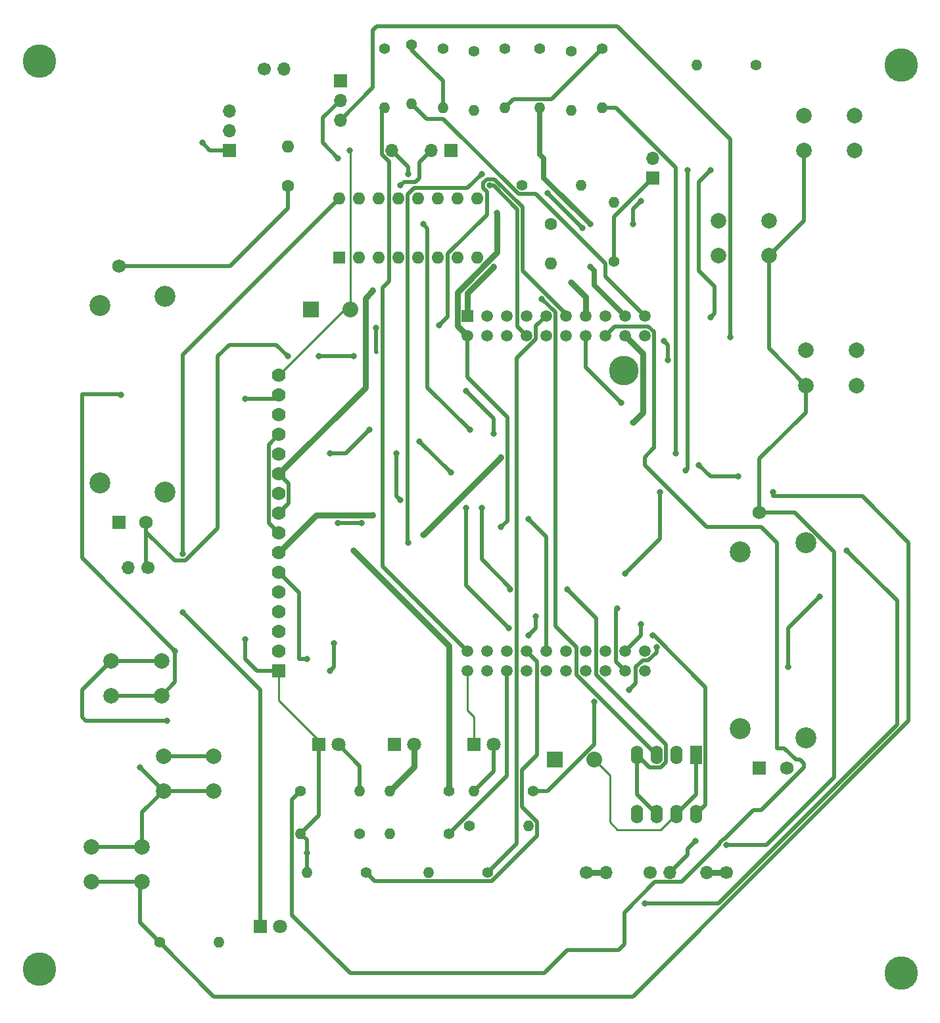
<source format=gbl>
G04 #@! TF.GenerationSoftware,KiCad,Pcbnew,9.0.1*
G04 #@! TF.CreationDate,2025-04-14T15:22:14-05:00*
G04 #@! TF.ProjectId,cjm6842,636a6d36-3834-4322-9e6b-696361645f70,v1.0.1*
G04 #@! TF.SameCoordinates,Original*
G04 #@! TF.FileFunction,Copper,L2,Bot*
G04 #@! TF.FilePolarity,Positive*
%FSLAX46Y46*%
G04 Gerber Fmt 4.6, Leading zero omitted, Abs format (unit mm)*
G04 Created by KiCad (PCBNEW 9.0.1) date 2025-04-14 15:22:14*
%MOMM*%
%LPD*%
G01*
G04 APERTURE LIST*
G04 #@! TA.AperFunction,ComponentPad*
%ADD10C,2.000000*%
G04 #@! TD*
G04 #@! TA.AperFunction,WasherPad*
%ADD11C,2.700000*%
G04 #@! TD*
G04 #@! TA.AperFunction,ComponentPad*
%ADD12R,1.750000X1.750000*%
G04 #@! TD*
G04 #@! TA.AperFunction,ComponentPad*
%ADD13C,1.750000*%
G04 #@! TD*
G04 #@! TA.AperFunction,ComponentPad*
%ADD14C,1.400000*%
G04 #@! TD*
G04 #@! TA.AperFunction,ComponentPad*
%ADD15O,1.400000X1.400000*%
G04 #@! TD*
G04 #@! TA.AperFunction,ComponentPad*
%ADD16C,1.700000*%
G04 #@! TD*
G04 #@! TA.AperFunction,ComponentPad*
%ADD17O,1.700000X1.700000*%
G04 #@! TD*
G04 #@! TA.AperFunction,ComponentPad*
%ADD18O,1.600000X1.600000*%
G04 #@! TD*
G04 #@! TA.AperFunction,ComponentPad*
%ADD19C,1.600000*%
G04 #@! TD*
G04 #@! TA.AperFunction,ComponentPad*
%ADD20C,1.800000*%
G04 #@! TD*
G04 #@! TA.AperFunction,ComponentPad*
%ADD21R,1.800000X1.800000*%
G04 #@! TD*
G04 #@! TA.AperFunction,ComponentPad*
%ADD22R,1.700000X1.700000*%
G04 #@! TD*
G04 #@! TA.AperFunction,ComponentPad*
%ADD23R,1.600000X2.400000*%
G04 #@! TD*
G04 #@! TA.AperFunction,ComponentPad*
%ADD24O,1.600000X2.400000*%
G04 #@! TD*
G04 #@! TA.AperFunction,ComponentPad*
%ADD25R,1.600000X1.600000*%
G04 #@! TD*
G04 #@! TA.AperFunction,ComponentPad*
%ADD26C,4.318000*%
G04 #@! TD*
G04 #@! TA.AperFunction,ComponentPad*
%ADD27R,2.032000X2.032000*%
G04 #@! TD*
G04 #@! TA.AperFunction,ComponentPad*
%ADD28C,2.032000*%
G04 #@! TD*
G04 #@! TA.AperFunction,WasherPad*
%ADD29C,3.810000*%
G04 #@! TD*
G04 #@! TA.AperFunction,ComponentPad*
%ADD30R,1.778000X1.778000*%
G04 #@! TD*
G04 #@! TA.AperFunction,ComponentPad*
%ADD31C,1.778000*%
G04 #@! TD*
G04 #@! TA.AperFunction,ComponentPad*
%ADD32C,1.520000*%
G04 #@! TD*
G04 #@! TA.AperFunction,ComponentPad*
%ADD33R,1.520000X1.520000*%
G04 #@! TD*
G04 #@! TA.AperFunction,ViaPad*
%ADD34C,0.800000*%
G04 #@! TD*
G04 #@! TA.AperFunction,Conductor*
%ADD35C,0.500000*%
G04 #@! TD*
G04 #@! TA.AperFunction,Conductor*
%ADD36C,0.550000*%
G04 #@! TD*
G04 #@! TA.AperFunction,Conductor*
%ADD37C,0.800000*%
G04 #@! TD*
G04 #@! TA.AperFunction,Conductor*
%ADD38C,0.750000*%
G04 #@! TD*
G04 #@! TA.AperFunction,Conductor*
%ADD39C,0.700000*%
G04 #@! TD*
G04 #@! TA.AperFunction,Conductor*
%ADD40C,0.250000*%
G04 #@! TD*
G04 APERTURE END LIST*
D10*
X115250000Y-120250000D03*
X108750000Y-120250000D03*
X115250000Y-115750000D03*
X108750000Y-115750000D03*
X204750000Y-80250000D03*
X198250000Y-80250000D03*
X204750000Y-75750000D03*
X198250000Y-75750000D03*
X198000000Y-45500000D03*
X204500000Y-45500000D03*
X198000000Y-50000000D03*
X204500000Y-50000000D03*
X112750000Y-144250000D03*
X106250000Y-144250000D03*
X112750000Y-139750000D03*
X106250000Y-139750000D03*
D11*
X115700000Y-93995000D03*
X107300000Y-92795000D03*
X107300000Y-69995000D03*
X115700000Y-68795000D03*
D12*
X109750000Y-97895000D03*
D13*
X113250000Y-97895000D03*
X109750000Y-64895000D03*
D14*
X191810000Y-39000000D03*
D15*
X184190000Y-39000000D03*
D14*
X115000000Y-152000000D03*
D15*
X122620000Y-152000000D03*
D16*
X113500000Y-103725000D03*
D17*
X110960000Y-103725000D03*
D14*
X157310000Y-143000000D03*
D15*
X149690000Y-143000000D03*
D14*
X141620000Y-143000000D03*
D15*
X134000000Y-143000000D03*
D14*
X152310000Y-138000000D03*
D15*
X144690000Y-138000000D03*
D14*
X140810000Y-138000000D03*
D15*
X133190000Y-138000000D03*
D14*
X154880000Y-137000000D03*
D15*
X162500000Y-137000000D03*
D13*
X192282500Y-96600000D03*
X195782500Y-129600000D03*
D12*
X192282500Y-129600000D03*
D11*
X198232500Y-100500000D03*
X189832500Y-101700000D03*
X189832500Y-124500000D03*
X198232500Y-125700000D03*
D15*
X164000000Y-44500000D03*
D14*
X164000000Y-36880000D03*
D15*
X172000000Y-44500000D03*
D14*
X172000000Y-36880000D03*
D15*
X151500000Y-44500000D03*
D14*
X151500000Y-36880000D03*
D15*
X144000000Y-44500000D03*
D14*
X144000000Y-36880000D03*
D15*
X147500000Y-44000000D03*
D14*
X147500000Y-36380000D03*
D15*
X159500000Y-44500000D03*
D14*
X159500000Y-36880000D03*
D15*
X155500000Y-44810000D03*
D14*
X155500000Y-37190000D03*
D18*
X131565000Y-49476250D03*
D19*
X131565000Y-54556250D03*
D18*
X165435000Y-64523750D03*
D19*
X165435000Y-59443750D03*
D15*
X173500000Y-56690000D03*
D14*
X173500000Y-64310000D03*
D20*
X130540000Y-150000000D03*
D21*
X128000000Y-150000000D03*
D15*
X169310000Y-54500000D03*
D14*
X161690000Y-54500000D03*
D17*
X178500000Y-50960000D03*
D22*
X178500000Y-53500000D03*
D17*
X138275000Y-46040000D03*
X138275000Y-43500000D03*
D22*
X138275000Y-40960000D03*
D16*
X169960000Y-143000000D03*
D17*
X172500000Y-143000000D03*
D22*
X124000000Y-50000000D03*
D17*
X124000000Y-47460000D03*
X124000000Y-44920000D03*
D23*
X184120000Y-127880000D03*
D24*
X181580000Y-127880000D03*
X179040000Y-127880000D03*
X176500000Y-127880000D03*
X176500000Y-135500000D03*
X179040000Y-135500000D03*
X181580000Y-135500000D03*
X184120000Y-135500000D03*
D10*
X187000000Y-59000000D03*
X193500000Y-59000000D03*
X187000000Y-63500000D03*
X193500000Y-63500000D03*
D14*
X168000000Y-37190000D03*
D15*
X168000000Y-44810000D03*
D14*
X133190000Y-132500000D03*
D15*
X140810000Y-132500000D03*
D16*
X128500000Y-39500000D03*
D17*
X131040000Y-39500000D03*
D22*
X152540000Y-50000000D03*
D17*
X150000000Y-50000000D03*
X144920000Y-50000000D03*
D25*
X138125000Y-63800000D03*
D18*
X140665000Y-63800000D03*
X143205000Y-63800000D03*
X145745000Y-63800000D03*
X148285000Y-63800000D03*
X150825000Y-63800000D03*
X153365000Y-63800000D03*
X155905000Y-63800000D03*
X155905000Y-56180000D03*
X153365000Y-56180000D03*
X150825000Y-56180000D03*
X148285000Y-56180000D03*
X145745000Y-56180000D03*
X143205000Y-56180000D03*
X140665000Y-56180000D03*
X138125000Y-56180000D03*
D16*
X178225000Y-143000000D03*
D17*
X180765000Y-143000000D03*
D26*
X210500000Y-156000000D03*
X210500000Y-39000000D03*
X99500000Y-38500000D03*
X99500000Y-155500000D03*
D27*
X165920000Y-128500000D03*
D28*
X171000000Y-128500000D03*
D16*
X188000000Y-143000000D03*
D17*
X185460000Y-143000000D03*
D21*
X155500000Y-126500000D03*
D20*
X158040000Y-126500000D03*
D27*
X134500000Y-70500000D03*
D28*
X139580000Y-70500000D03*
D14*
X163120000Y-132500000D03*
D15*
X155500000Y-132500000D03*
D14*
X152310000Y-132500000D03*
D15*
X144690000Y-132500000D03*
D10*
X115500000Y-128000000D03*
X122000000Y-128000000D03*
X115500000Y-132500000D03*
X122000000Y-132500000D03*
D21*
X135500000Y-126500000D03*
D20*
X138040000Y-126500000D03*
D21*
X145225000Y-126500000D03*
D20*
X147765000Y-126500000D03*
D29*
X174820000Y-78315000D03*
D30*
X130370000Y-117050000D03*
D31*
X130370000Y-114510000D03*
X130370000Y-111970000D03*
X130370000Y-109430000D03*
X130370000Y-106890000D03*
X130370000Y-104350000D03*
X130370000Y-101810000D03*
X130370000Y-99270000D03*
X130370000Y-96730000D03*
X130370000Y-94190000D03*
X130370000Y-91650000D03*
X130370000Y-89110000D03*
X130370000Y-86570000D03*
X130370000Y-84030000D03*
X130370000Y-81490000D03*
X130370000Y-78950000D03*
D32*
X177500000Y-114500000D03*
X174960000Y-114500000D03*
X172420000Y-114500000D03*
X169880000Y-114500000D03*
X167340000Y-114500000D03*
X164800000Y-114500000D03*
X162260000Y-114500000D03*
X159720000Y-114500000D03*
X157180000Y-114500000D03*
X154640000Y-114500000D03*
X177500000Y-73860000D03*
X174960000Y-73860000D03*
X172420000Y-73860000D03*
X169880000Y-73860000D03*
X167340000Y-73860000D03*
X164800000Y-73860000D03*
X162260000Y-73860000D03*
X159720000Y-73860000D03*
X157180000Y-73860000D03*
X154640000Y-73860000D03*
X177500000Y-117040000D03*
X174960000Y-117040000D03*
X172420000Y-117040000D03*
X169880000Y-117040000D03*
X167340000Y-117040000D03*
X164800000Y-117040000D03*
X162260000Y-117040000D03*
X159720000Y-117040000D03*
X157180000Y-117040000D03*
X154640000Y-117040000D03*
X177500000Y-71320000D03*
X174960000Y-71320000D03*
X172420000Y-71320000D03*
X169880000Y-71320000D03*
X167340000Y-71320000D03*
X164800000Y-71320000D03*
X162260000Y-71320000D03*
X159720000Y-71320000D03*
X157180000Y-71320000D03*
D33*
X154640000Y-71320000D03*
D34*
X112500000Y-129500000D03*
X117000000Y-114500000D03*
X200000000Y-107500000D03*
X196000000Y-116500000D03*
X194000000Y-94000000D03*
X189500000Y-92000000D03*
X184500000Y-90500000D03*
X174500000Y-82500000D03*
X177000000Y-111000000D03*
X158000000Y-86500000D03*
X154500000Y-81000000D03*
X184000000Y-139000000D03*
X188000000Y-139500000D03*
X140000000Y-76500000D03*
X135500000Y-76500000D03*
X131500000Y-76500000D03*
X126000000Y-113000000D03*
X186000000Y-71500000D03*
X186000000Y-52500000D03*
X120500000Y-49000000D03*
X137500000Y-113500000D03*
X137000000Y-117000000D03*
X177000000Y-56500000D03*
X176000000Y-59500000D03*
X169500000Y-60000000D03*
X165000000Y-55500000D03*
X134000000Y-140500000D03*
X163500000Y-110000000D03*
X162500000Y-112500000D03*
X160000000Y-111500000D03*
X154500000Y-96000000D03*
X146000000Y-95000000D03*
X145500000Y-89000000D03*
X142000000Y-86000000D03*
X137000000Y-89000000D03*
X160200000Y-106500000D03*
X156500000Y-96000000D03*
X152500000Y-91500000D03*
X148500000Y-87500000D03*
X126000000Y-82000000D03*
X110000000Y-81500000D03*
X142899000Y-72864407D03*
X151000000Y-72500000D03*
X159000000Y-98500000D03*
X167500000Y-106500000D03*
X178500000Y-112500000D03*
X182750000Y-91250000D03*
X183000000Y-52500000D03*
X180000000Y-74500000D03*
X180500000Y-77000000D03*
X179000000Y-114000000D03*
X175500000Y-119500000D03*
X171000000Y-121000000D03*
X181500000Y-89000000D03*
X179500000Y-94000000D03*
X175000000Y-104500000D03*
X174000000Y-109000000D03*
X177500000Y-147000000D03*
X203500000Y-101500000D03*
X188500000Y-74000000D03*
X142500000Y-97000000D03*
X158500000Y-58000000D03*
X176000000Y-85000000D03*
X159000000Y-89500000D03*
X149000000Y-99500000D03*
X140000000Y-101500000D03*
X158000000Y-65000000D03*
X142500000Y-68000000D03*
X168000000Y-67000000D03*
X170500000Y-65000000D03*
X170500000Y-59500000D03*
X147000000Y-53000000D03*
X157500000Y-54500000D03*
X138000000Y-51000000D03*
X149000000Y-59500000D03*
X155000000Y-86000000D03*
X162500000Y-97500000D03*
X138000000Y-98000000D03*
X141000000Y-98000000D03*
X134000000Y-115500000D03*
X147000000Y-100500000D03*
X156500000Y-53000000D03*
X146000000Y-54500000D03*
X139500000Y-50000000D03*
X164204902Y-69083000D03*
X118000000Y-102000000D03*
X118000000Y-109500000D03*
X116000000Y-123500000D03*
D35*
X105000000Y-119500000D02*
X108750000Y-115750000D01*
X105000000Y-123000000D02*
X105000000Y-119500000D01*
X105500000Y-123500000D02*
X105000000Y-123000000D01*
X116000000Y-123500000D02*
X105500000Y-123500000D01*
D36*
X115250000Y-120250000D02*
X117000000Y-118500000D01*
X117000000Y-118500000D02*
X117000000Y-114500000D01*
X108750000Y-120250000D02*
X115250000Y-120250000D01*
X108750000Y-115750000D02*
X115250000Y-115750000D01*
X196000000Y-111500000D02*
X200000000Y-107500000D01*
X196000000Y-116500000D02*
X196000000Y-111500000D01*
X122000000Y-159000000D02*
X115000000Y-152000000D01*
X211500000Y-123500000D02*
X176000000Y-159000000D01*
X211500000Y-100500000D02*
X211500000Y-123500000D01*
X205500000Y-94500000D02*
X211500000Y-100500000D01*
X176000000Y-159000000D02*
X122000000Y-159000000D01*
X194000000Y-94000000D02*
X194000000Y-94500000D01*
X194000000Y-94500000D02*
X205500000Y-94500000D01*
D35*
X177980902Y-72699000D02*
X173581000Y-72699000D01*
X178661000Y-73379098D02*
X177980902Y-72699000D01*
X178661000Y-88354957D02*
X178661000Y-73379098D01*
X178645043Y-88354957D02*
X178661000Y-88354957D01*
X177500000Y-90500000D02*
X177500000Y-89500000D01*
X185500000Y-98500000D02*
X177500000Y-90500000D01*
X192500000Y-98500000D02*
X185500000Y-98500000D01*
X194500000Y-127000000D02*
X194500000Y-100500000D01*
X195500000Y-127000000D02*
X194500000Y-127000000D01*
X197000000Y-128500000D02*
X195500000Y-127000000D01*
X197500000Y-128500000D02*
X197000000Y-128500000D01*
X198000000Y-129000000D02*
X197500000Y-128500000D01*
X198000000Y-129500000D02*
X198000000Y-129000000D01*
X192500000Y-135000000D02*
X198000000Y-129500000D01*
X191500000Y-135000000D02*
X192500000Y-135000000D01*
X187801000Y-138699000D02*
X191500000Y-135000000D01*
X187668214Y-138699000D02*
X187801000Y-138699000D01*
X187199000Y-139168214D02*
X187668214Y-138699000D01*
X187199000Y-139301000D02*
X187199000Y-139168214D01*
X182249000Y-144251000D02*
X187199000Y-139301000D01*
X178781182Y-144251000D02*
X182249000Y-144251000D01*
X194500000Y-100500000D02*
X192500000Y-98500000D01*
X174881000Y-148151182D02*
X178781182Y-144251000D01*
X174881000Y-152278537D02*
X174881000Y-148151182D01*
X173581000Y-72699000D02*
X172420000Y-73860000D01*
X164552000Y-156000000D02*
X167526000Y-153026000D01*
X139550463Y-156000000D02*
X164552000Y-156000000D01*
X167526000Y-153026000D02*
X174133537Y-153026000D01*
X132089000Y-133601000D02*
X132089000Y-148538537D01*
X132089000Y-148538537D02*
X139550463Y-156000000D01*
X133190000Y-132500000D02*
X132089000Y-133601000D01*
X177500000Y-89500000D02*
X178645043Y-88354957D01*
X174133537Y-153026000D02*
X174881000Y-152278537D01*
D36*
X186000000Y-92000000D02*
X189500000Y-92000000D01*
X184500000Y-90500000D02*
X186000000Y-92000000D01*
X169880000Y-77880000D02*
X174500000Y-82500000D01*
X169880000Y-73860000D02*
X169880000Y-77880000D01*
X177000000Y-112460000D02*
X174960000Y-114500000D01*
X177000000Y-111000000D02*
X177000000Y-112460000D01*
X158000000Y-84500000D02*
X158000000Y-86500000D01*
X154500000Y-81000000D02*
X158000000Y-84500000D01*
X115500000Y-132500000D02*
X112750000Y-135250000D01*
X112750000Y-135250000D02*
X112750000Y-139750000D01*
X106250000Y-139750000D02*
X112750000Y-139750000D01*
X106250000Y-144250000D02*
X112750000Y-144250000D01*
X112500000Y-149500000D02*
X115000000Y-152000000D01*
X112500000Y-144500000D02*
X112500000Y-149500000D01*
X112750000Y-144250000D02*
X112500000Y-144500000D01*
D35*
X183000000Y-140765000D02*
X180765000Y-143000000D01*
X183000000Y-140000000D02*
X183000000Y-140765000D01*
X184000000Y-139000000D02*
X183000000Y-140000000D01*
X193167490Y-139500000D02*
X188000000Y-139500000D01*
X201933500Y-101724712D02*
X201933500Y-130733990D01*
X196808788Y-96600000D02*
X201933500Y-101724712D01*
X201933500Y-130733990D02*
X193167490Y-139500000D01*
X192282500Y-96600000D02*
X196808788Y-96600000D01*
X192282500Y-89717500D02*
X192282500Y-96600000D01*
X198250000Y-83750000D02*
X192282500Y-89717500D01*
X198250000Y-80250000D02*
X198250000Y-83750000D01*
D36*
X135500000Y-76500000D02*
X140000000Y-76500000D01*
X124000000Y-75000000D02*
X130000000Y-75000000D01*
X130000000Y-75000000D02*
X131500000Y-76500000D01*
X122500000Y-76500000D02*
X124000000Y-75000000D01*
X122500000Y-98668141D02*
X122500000Y-76500000D01*
X118342141Y-102826000D02*
X122500000Y-98668141D01*
X116943564Y-102826000D02*
X118342141Y-102826000D01*
X113250000Y-99132436D02*
X116943564Y-102826000D01*
X113250000Y-97895000D02*
X113250000Y-99132436D01*
X113250000Y-103475000D02*
X113500000Y-103725000D01*
X113250000Y-97895000D02*
X113250000Y-103475000D01*
X127550000Y-117050000D02*
X130370000Y-117050000D01*
X126000000Y-115500000D02*
X127550000Y-117050000D01*
X126000000Y-113000000D02*
X126000000Y-115500000D01*
X184500000Y-54000000D02*
X186000000Y-52500000D01*
X184500000Y-65500000D02*
X184500000Y-54000000D01*
X186500000Y-67500000D02*
X184500000Y-65500000D01*
X186000000Y-71500000D02*
X186500000Y-71000000D01*
X186500000Y-71000000D02*
X186500000Y-67500000D01*
X198000000Y-59000000D02*
X193500000Y-63500000D01*
X198000000Y-50000000D02*
X198000000Y-59000000D01*
X121500000Y-50000000D02*
X124000000Y-50000000D01*
X120500000Y-49000000D02*
X121500000Y-50000000D01*
X131565000Y-57434999D02*
X131565000Y-54556250D01*
X124104999Y-64895000D02*
X131565000Y-57434999D01*
X109750000Y-64895000D02*
X124104999Y-64895000D01*
X137500000Y-116500000D02*
X137500000Y-113500000D01*
X137000000Y-117000000D02*
X137500000Y-116500000D01*
X176000000Y-57500000D02*
X177000000Y-56500000D01*
X176000000Y-59500000D02*
X176000000Y-57500000D01*
D35*
X165000000Y-55500000D02*
X169500000Y-60000000D01*
D36*
X122000000Y-132500000D02*
X115500000Y-132500000D01*
X140810000Y-129270000D02*
X138040000Y-126500000D01*
X140810000Y-132500000D02*
X140810000Y-129270000D01*
X134000000Y-140500000D02*
X134000000Y-138810000D01*
D35*
X163500000Y-111500000D02*
X163500000Y-110000000D01*
X162500000Y-112500000D02*
X163500000Y-111500000D01*
X154500000Y-106000000D02*
X160000000Y-111500000D01*
X154500000Y-96000000D02*
X154500000Y-106000000D01*
X145500000Y-94500000D02*
X146000000Y-95000000D01*
X145500000Y-89000000D02*
X145500000Y-94500000D01*
X139000000Y-89000000D02*
X142000000Y-86000000D01*
X137000000Y-89000000D02*
X139000000Y-89000000D01*
X156500000Y-102651000D02*
X160349000Y-106500000D01*
X160349000Y-106500000D02*
X160200000Y-106500000D01*
X156500000Y-96000000D02*
X156500000Y-102651000D01*
X148500000Y-87500000D02*
X152500000Y-91500000D01*
X131660000Y-95440000D02*
X131660000Y-92940000D01*
X130370000Y-96730000D02*
X131660000Y-95440000D01*
X131660000Y-92940000D02*
X130370000Y-91650000D01*
D36*
X129055000Y-87885000D02*
X130370000Y-86570000D01*
X129055000Y-97955000D02*
X129055000Y-87885000D01*
X130370000Y-99270000D02*
X129055000Y-97955000D01*
D35*
X129860000Y-82000000D02*
X130370000Y-81490000D01*
X126000000Y-82000000D02*
X129860000Y-82000000D01*
D36*
X143000000Y-76000000D02*
X142899000Y-76000000D01*
X142899000Y-75899000D02*
X143000000Y-76000000D01*
X142899000Y-72864407D02*
X142899000Y-75899000D01*
X152139000Y-71361000D02*
X151000000Y-72500000D01*
X152139000Y-63292174D02*
X152139000Y-71361000D01*
X157157859Y-58273315D02*
X152139000Y-63292174D01*
X157157859Y-55326000D02*
X157157859Y-58273315D01*
X156674000Y-54157859D02*
X156674000Y-54842141D01*
X156674000Y-54842141D02*
X157157859Y-55326000D01*
X157157859Y-53674000D02*
X156674000Y-54157859D01*
X158165364Y-53674000D02*
X157157859Y-53674000D01*
X161775000Y-57283636D02*
X158165364Y-53674000D01*
X161775000Y-65484957D02*
X161775000Y-57283636D01*
X167340000Y-71049957D02*
X161775000Y-65484957D01*
X167340000Y-71320000D02*
X167340000Y-71049957D01*
D35*
X159801000Y-84354439D02*
X154640000Y-79193439D01*
X159801000Y-97699000D02*
X159801000Y-84354439D01*
X154640000Y-79193439D02*
X154640000Y-73860000D01*
X159000000Y-98500000D02*
X159801000Y-97699000D01*
X171259000Y-110259000D02*
X167500000Y-106500000D01*
X180241000Y-126502902D02*
X171259000Y-117520902D01*
X179537470Y-129481000D02*
X180241000Y-128777470D01*
X171259000Y-117520902D02*
X171259000Y-110259000D01*
X178101000Y-129481000D02*
X179537470Y-129481000D01*
X180241000Y-128777470D02*
X180241000Y-126502902D01*
X176500000Y-127880000D02*
X178101000Y-129481000D01*
D36*
X178668141Y-112500000D02*
X178500000Y-112500000D01*
X185346000Y-119177859D02*
X178668141Y-112500000D01*
X185346000Y-134274000D02*
X185346000Y-119177859D01*
X184120000Y-135500000D02*
X185346000Y-134274000D01*
X183000000Y-91000000D02*
X182750000Y-91250000D01*
X183000000Y-52500000D02*
X183000000Y-91000000D01*
D35*
X180500000Y-75000000D02*
X180000000Y-74500000D01*
X180500000Y-77000000D02*
X180500000Y-75000000D01*
X177980902Y-115661000D02*
X179000000Y-114641902D01*
X177237098Y-115661000D02*
X177980902Y-115661000D01*
X176339000Y-116559098D02*
X177237098Y-115661000D01*
X176339000Y-118661000D02*
X176339000Y-116559098D01*
X179000000Y-114641902D02*
X179000000Y-114000000D01*
X175500000Y-119500000D02*
X176339000Y-118661000D01*
X171000000Y-126496059D02*
X171000000Y-121000000D01*
X164996059Y-132500000D02*
X171000000Y-126496059D01*
X163120000Y-132500000D02*
X164996059Y-132500000D01*
X173809182Y-44500000D02*
X172000000Y-44500000D01*
X181500000Y-52190818D02*
X173809182Y-44500000D01*
X181500000Y-89000000D02*
X181500000Y-52190818D01*
X179500000Y-100000000D02*
X179500000Y-94000000D01*
X175000000Y-104500000D02*
X179500000Y-100000000D01*
X173799000Y-109201000D02*
X174000000Y-109000000D01*
X173799000Y-115879000D02*
X173799000Y-109201000D01*
X174960000Y-117040000D02*
X173799000Y-115879000D01*
X173500000Y-58500000D02*
X178500000Y-53500000D01*
X173500000Y-64310000D02*
X173500000Y-58500000D01*
X187000000Y-147000000D02*
X177500000Y-147000000D01*
X210000000Y-124000000D02*
X187000000Y-147000000D01*
X203500000Y-101500000D02*
X210000000Y-108000000D01*
X210000000Y-108000000D02*
X210000000Y-124000000D01*
X142500000Y-41815000D02*
X138275000Y-46040000D01*
X143000000Y-34000000D02*
X142500000Y-34500000D01*
X174000000Y-34000000D02*
X143000000Y-34000000D01*
X188500000Y-48500000D02*
X174000000Y-34000000D01*
X188500000Y-74000000D02*
X188500000Y-48500000D01*
X142500000Y-34500000D02*
X142500000Y-41815000D01*
X142721000Y-144101000D02*
X141620000Y-143000000D01*
X157766050Y-144101000D02*
X142721000Y-144101000D01*
X163601000Y-138266050D02*
X157766050Y-144101000D01*
X163601000Y-136543950D02*
X163601000Y-138266050D01*
X161651000Y-134593950D02*
X163601000Y-136543950D01*
X161651000Y-129849000D02*
X161651000Y-134593950D01*
X163639000Y-127861000D02*
X161651000Y-129849000D01*
X163639000Y-115879000D02*
X163639000Y-127861000D01*
X162260000Y-114500000D02*
X163639000Y-115879000D01*
D37*
X135180000Y-97000000D02*
X130370000Y-101810000D01*
X142500000Y-97000000D02*
X135180000Y-97000000D01*
D38*
X158500000Y-63080248D02*
X158500000Y-58000000D01*
X153354000Y-68226248D02*
X158500000Y-63080248D01*
X153354000Y-72574000D02*
X153354000Y-68226248D01*
X154640000Y-73860000D02*
X153354000Y-72574000D01*
X177251000Y-83749000D02*
X177251000Y-76151000D01*
X177251000Y-76151000D02*
X174960000Y-73860000D01*
X176000000Y-85000000D02*
X177251000Y-83749000D01*
X149000000Y-99500000D02*
X159000000Y-89500000D01*
X152310000Y-113810000D02*
X140000000Y-101500000D01*
X152310000Y-132500000D02*
X152310000Y-113810000D01*
X147765000Y-129425000D02*
X147765000Y-126500000D01*
X144690000Y-132500000D02*
X147765000Y-129425000D01*
X154640000Y-68360000D02*
X154640000Y-71320000D01*
X158000000Y-65000000D02*
X154640000Y-68360000D01*
X141500000Y-69000000D02*
X141500000Y-80520000D01*
X141500000Y-80520000D02*
X130370000Y-91650000D01*
X142500000Y-68000000D02*
X141500000Y-69000000D01*
X169880000Y-68880000D02*
X168000000Y-67000000D01*
X169880000Y-71320000D02*
X169880000Y-68880000D01*
D39*
X171000000Y-67360000D02*
X174960000Y-71320000D01*
X171000000Y-65500000D02*
X171000000Y-67360000D01*
X170500000Y-65000000D02*
X171000000Y-65500000D01*
X164500000Y-53500000D02*
X170500000Y-59500000D01*
X164500000Y-51000000D02*
X164500000Y-53500000D01*
X164000000Y-50500000D02*
X164500000Y-51000000D01*
X164000000Y-44500000D02*
X164000000Y-50500000D01*
D36*
X147000000Y-52080000D02*
X144920000Y-50000000D01*
X147000000Y-53000000D02*
X147000000Y-52080000D01*
X158000000Y-54500000D02*
X157500000Y-54500000D01*
X161074000Y-57574000D02*
X158000000Y-54500000D01*
X161074000Y-72674000D02*
X161074000Y-57574000D01*
X162260000Y-73860000D02*
X161074000Y-72674000D01*
X136000000Y-45775000D02*
X138275000Y-43500000D01*
X138000000Y-51000000D02*
X136000000Y-49000000D01*
X136000000Y-49000000D02*
X136000000Y-45775000D01*
X149511000Y-60011000D02*
X149000000Y-59500000D01*
X149511000Y-80511000D02*
X149511000Y-60011000D01*
X155000000Y-86000000D02*
X149511000Y-80511000D01*
X164800000Y-99800000D02*
X162500000Y-97500000D01*
X164800000Y-114500000D02*
X164800000Y-99800000D01*
X141000000Y-98000000D02*
X138000000Y-98000000D01*
X133000000Y-115500000D02*
X134000000Y-115500000D01*
X133000000Y-106980000D02*
X133000000Y-115500000D01*
X130370000Y-104350000D02*
X133000000Y-106980000D01*
D35*
X146946000Y-55682529D02*
X146946000Y-100446000D01*
X147796743Y-54831786D02*
X146946000Y-55682529D01*
X154668214Y-54831786D02*
X147796743Y-54831786D01*
X156500000Y-53000000D02*
X154668214Y-54831786D01*
X165481000Y-43399000D02*
X172000000Y-36880000D01*
X160601000Y-43399000D02*
X165481000Y-43399000D01*
X159500000Y-44500000D02*
X160601000Y-43399000D01*
X147500000Y-37000000D02*
X151500000Y-41000000D01*
X147500000Y-36380000D02*
X147500000Y-37000000D01*
X151500000Y-41000000D02*
X151500000Y-44500000D01*
X163500000Y-55601000D02*
X172399000Y-64500000D01*
X172399000Y-64500000D02*
X172399000Y-66219000D01*
X149411000Y-45911000D02*
X151543950Y-45911000D01*
X172399000Y-66219000D02*
X177500000Y-71320000D01*
X147500000Y-44000000D02*
X149411000Y-45911000D01*
X151543950Y-45911000D02*
X161233950Y-55601000D01*
X161233950Y-55601000D02*
X163500000Y-55601000D01*
X159720000Y-130590000D02*
X152310000Y-138000000D01*
X159720000Y-117040000D02*
X159720000Y-130590000D01*
X143669000Y-44831000D02*
X144000000Y-44500000D01*
X144544000Y-51393182D02*
X143669000Y-50518182D01*
X144544000Y-66837471D02*
X144544000Y-51393182D01*
X143699000Y-67682471D02*
X144544000Y-66837471D01*
X143669000Y-50518182D02*
X143669000Y-44831000D01*
X143699000Y-103559000D02*
X143699000Y-67682471D01*
X154640000Y-114500000D02*
X143699000Y-103559000D01*
X146500000Y-54000000D02*
X146000000Y-54500000D01*
X148500000Y-53500000D02*
X148000000Y-54000000D01*
X148500000Y-51500000D02*
X148500000Y-53500000D01*
X148000000Y-54000000D02*
X146500000Y-54000000D01*
X150000000Y-50000000D02*
X148500000Y-51500000D01*
D40*
X139580000Y-50080000D02*
X139500000Y-50000000D01*
X139580000Y-70500000D02*
X139580000Y-50080000D01*
D38*
X188000000Y-143000000D02*
X185460000Y-143000000D01*
X169960000Y-143000000D02*
X172500000Y-143000000D01*
D36*
X118000000Y-76305000D02*
X138125000Y-56180000D01*
X118000000Y-102000000D02*
X118000000Y-76305000D01*
X128000000Y-119500000D02*
X118000000Y-109500000D01*
X128000000Y-150000000D02*
X128000000Y-119500000D01*
D35*
X168719000Y-117559000D02*
X179040000Y-127880000D01*
X168719000Y-114019098D02*
X168719000Y-117559000D01*
X165961000Y-111261098D02*
X168719000Y-114019098D01*
X164204902Y-69083000D02*
X165961000Y-70839098D01*
X165961000Y-70839098D02*
X165961000Y-111261098D01*
D40*
X138820000Y-70500000D02*
X139580000Y-70500000D01*
X130370000Y-78950000D02*
X138820000Y-70500000D01*
D36*
X115500000Y-132500000D02*
X112500000Y-129500000D01*
X122000000Y-128000000D02*
X115500000Y-128000000D01*
X135500000Y-135690000D02*
X135500000Y-126500000D01*
X133190000Y-138000000D02*
X135500000Y-135690000D01*
X134000000Y-138810000D02*
X133190000Y-138000000D01*
X134000000Y-143000000D02*
X134000000Y-140500000D01*
D35*
X193500000Y-75500000D02*
X198250000Y-80250000D01*
X193500000Y-63500000D02*
X193500000Y-75500000D01*
X161000000Y-76761902D02*
X163500000Y-74261902D01*
X163500000Y-74261902D02*
X163500000Y-72620000D01*
X161000000Y-139310000D02*
X161000000Y-76761902D01*
X157310000Y-143000000D02*
X161000000Y-139310000D01*
X163500000Y-72620000D02*
X164800000Y-71320000D01*
X176500000Y-132960000D02*
X179040000Y-135500000D01*
X176500000Y-127880000D02*
X176500000Y-132960000D01*
X184120000Y-127880000D02*
X184120000Y-132960000D01*
X184120000Y-132960000D02*
X181580000Y-135500000D01*
D40*
X179580000Y-137500000D02*
X181580000Y-135500000D01*
X174000000Y-137500000D02*
X179580000Y-137500000D01*
X173000000Y-136500000D02*
X174000000Y-137500000D01*
X171000000Y-128500000D02*
X173000000Y-130500000D01*
X173000000Y-130500000D02*
X173000000Y-136500000D01*
D35*
X158040000Y-129960000D02*
X155500000Y-132500000D01*
X158040000Y-126500000D02*
X158040000Y-129960000D01*
D40*
X130370000Y-120870000D02*
X130370000Y-117050000D01*
X135500000Y-126000000D02*
X130370000Y-120870000D01*
X135500000Y-126500000D02*
X135500000Y-126000000D01*
X154640000Y-117040000D02*
X154640000Y-122140000D01*
X154640000Y-122140000D02*
X155500000Y-123000000D01*
X155500000Y-123000000D02*
X155500000Y-126500000D01*
D35*
X110000000Y-81500000D02*
X109912500Y-81412500D01*
X105000000Y-81412500D02*
X105000000Y-102500000D01*
X105000000Y-102500000D02*
X117000000Y-114500000D01*
X109912500Y-81412500D02*
X105000000Y-81412500D01*
M02*

</source>
